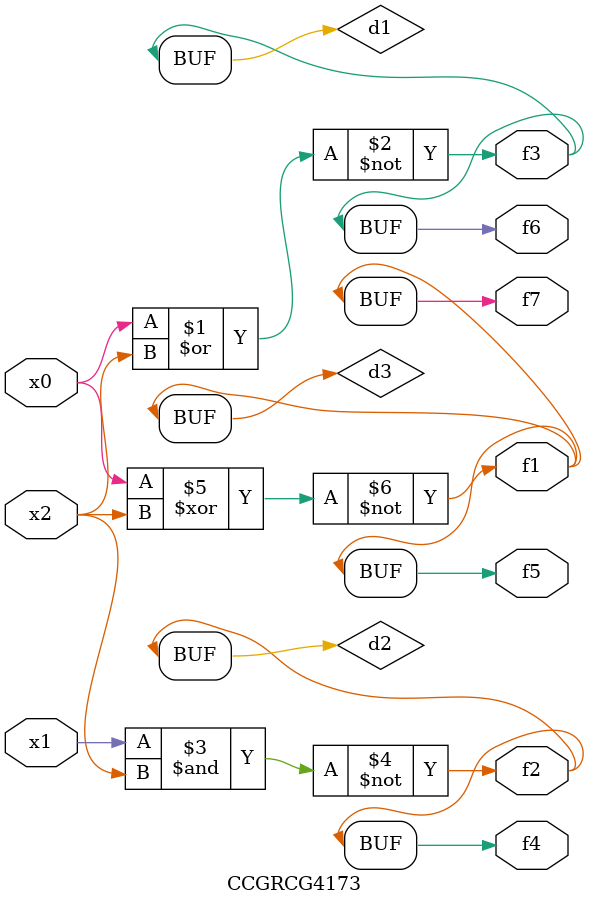
<source format=v>
module CCGRCG4173(
	input x0, x1, x2,
	output f1, f2, f3, f4, f5, f6, f7
);

	wire d1, d2, d3;

	nor (d1, x0, x2);
	nand (d2, x1, x2);
	xnor (d3, x0, x2);
	assign f1 = d3;
	assign f2 = d2;
	assign f3 = d1;
	assign f4 = d2;
	assign f5 = d3;
	assign f6 = d1;
	assign f7 = d3;
endmodule

</source>
